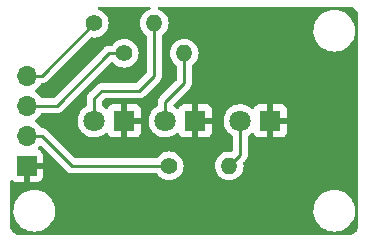
<source format=gbr>
%TF.GenerationSoftware,KiCad,Pcbnew,6.0.5-2.fc35*%
%TF.CreationDate,2022-09-23T18:33:46+02:00*%
%TF.ProjectId,LED-Board,4c45442d-426f-4617-9264-2e6b69636164,rev?*%
%TF.SameCoordinates,Original*%
%TF.FileFunction,Copper,L2,Bot*%
%TF.FilePolarity,Positive*%
%FSLAX46Y46*%
G04 Gerber Fmt 4.6, Leading zero omitted, Abs format (unit mm)*
G04 Created by KiCad (PCBNEW 6.0.5-2.fc35) date 2022-09-23 18:33:46*
%MOMM*%
%LPD*%
G01*
G04 APERTURE LIST*
%TA.AperFunction,ComponentPad*%
%ADD10R,1.800000X1.800000*%
%TD*%
%TA.AperFunction,ComponentPad*%
%ADD11C,1.800000*%
%TD*%
%TA.AperFunction,ComponentPad*%
%ADD12C,1.400000*%
%TD*%
%TA.AperFunction,ComponentPad*%
%ADD13O,1.400000X1.400000*%
%TD*%
%TA.AperFunction,ComponentPad*%
%ADD14R,1.700000X1.700000*%
%TD*%
%TA.AperFunction,ComponentPad*%
%ADD15O,1.700000X1.700000*%
%TD*%
%TA.AperFunction,Conductor*%
%ADD16C,0.250000*%
%TD*%
G04 APERTURE END LIST*
D10*
%TO.P,D3,1,K*%
%TO.N,GND*%
X146990000Y-99060000D03*
D11*
%TO.P,D3,2,A*%
%TO.N,Net-(D3-Pad2)*%
X144450000Y-99060000D03*
%TD*%
D10*
%TO.P,D2,1,K*%
%TO.N,GND*%
X140640000Y-99060000D03*
D11*
%TO.P,D2,2,A*%
%TO.N,Net-(D2-Pad2)*%
X138100000Y-99060000D03*
%TD*%
D12*
%TO.P,R3,1*%
%TO.N,LED_3*%
X138430000Y-102870000D03*
D13*
%TO.P,R3,2*%
%TO.N,Net-(D3-Pad2)*%
X143510000Y-102870000D03*
%TD*%
D10*
%TO.P,D1,1,K*%
%TO.N,GND*%
X134620000Y-99060000D03*
D11*
%TO.P,D1,2,A*%
%TO.N,Net-(D1-Pad2)*%
X132080000Y-99060000D03*
%TD*%
D12*
%TO.P,R1,1*%
%TO.N,LED_1*%
X132080000Y-90805000D03*
D13*
%TO.P,R1,2*%
%TO.N,Net-(D1-Pad2)*%
X137160000Y-90805000D03*
%TD*%
D12*
%TO.P,R2,1*%
%TO.N,LED_2*%
X134620000Y-93345000D03*
D13*
%TO.P,R2,2*%
%TO.N,Net-(D2-Pad2)*%
X139700000Y-93345000D03*
%TD*%
D14*
%TO.P,J1,1,Pin_1*%
%TO.N,GND*%
X126365000Y-102870000D03*
D15*
%TO.P,J1,2,Pin_2*%
%TO.N,LED_3*%
X126365000Y-100330000D03*
%TO.P,J1,3,Pin_3*%
%TO.N,LED_2*%
X126365000Y-97790000D03*
%TO.P,J1,4,Pin_4*%
%TO.N,LED_1*%
X126365000Y-95250000D03*
%TD*%
D16*
%TO.N,Net-(D1-Pad2)*%
X132080000Y-99060000D02*
X132080000Y-97155000D01*
X135890000Y-96520000D02*
X137160000Y-95250000D01*
X132080000Y-97155000D02*
X132715000Y-96520000D01*
X132715000Y-96520000D02*
X135890000Y-96520000D01*
X137160000Y-95250000D02*
X137160000Y-90805000D01*
%TO.N,Net-(D2-Pad2)*%
X138100000Y-97485000D02*
X139700000Y-95885000D01*
X139700000Y-95885000D02*
X139700000Y-93345000D01*
X138100000Y-99060000D02*
X138100000Y-97485000D01*
%TO.N,Net-(D3-Pad2)*%
X144450000Y-101930000D02*
X143510000Y-102870000D01*
X144450000Y-99060000D02*
X144450000Y-101930000D01*
%TO.N,LED_3*%
X127635000Y-100330000D02*
X130175000Y-102870000D01*
X125730000Y-100330000D02*
X127635000Y-100330000D01*
X130175000Y-102870000D02*
X138430000Y-102870000D01*
%TO.N,LED_2*%
X126365000Y-97790000D02*
X128905000Y-97790000D01*
X133350000Y-93345000D02*
X134620000Y-93345000D01*
X128905000Y-97790000D02*
X133350000Y-93345000D01*
%TO.N,LED_1*%
X125730000Y-95250000D02*
X127635000Y-95250000D01*
X127635000Y-95250000D02*
X132080000Y-90805000D01*
%TD*%
%TA.AperFunction,Conductor*%
%TO.N,GND*%
G36*
X136813580Y-89428502D02*
G01*
X136860073Y-89482158D01*
X136870177Y-89552432D01*
X136840683Y-89617012D01*
X136778070Y-89656207D01*
X136750400Y-89663621D01*
X136750398Y-89663622D01*
X136745090Y-89665044D01*
X136740109Y-89667366D01*
X136740108Y-89667367D01*
X136558423Y-89752088D01*
X136558420Y-89752090D01*
X136553442Y-89754411D01*
X136380224Y-89875699D01*
X136230699Y-90025224D01*
X136109411Y-90198442D01*
X136107090Y-90203420D01*
X136107088Y-90203423D01*
X136097843Y-90223250D01*
X136020044Y-90390090D01*
X135965314Y-90594345D01*
X135946884Y-90805000D01*
X135965314Y-91015655D01*
X135966738Y-91020968D01*
X135966738Y-91020970D01*
X135997705Y-91136538D01*
X136020044Y-91219910D01*
X136022366Y-91224891D01*
X136022367Y-91224892D01*
X136053185Y-91290980D01*
X136109411Y-91411558D01*
X136230699Y-91584776D01*
X136380224Y-91734301D01*
X136384736Y-91737460D01*
X136472770Y-91799102D01*
X136517099Y-91854559D01*
X136526500Y-91902315D01*
X136526500Y-94935405D01*
X136506498Y-95003526D01*
X136489595Y-95024500D01*
X135664500Y-95849595D01*
X135602188Y-95883621D01*
X135575405Y-95886500D01*
X132793768Y-95886500D01*
X132782585Y-95885973D01*
X132775092Y-95884298D01*
X132767166Y-95884547D01*
X132767165Y-95884547D01*
X132707002Y-95886438D01*
X132703044Y-95886500D01*
X132675144Y-95886500D01*
X132671154Y-95887004D01*
X132659320Y-95887936D01*
X132615111Y-95889326D01*
X132607495Y-95891539D01*
X132607493Y-95891539D01*
X132595652Y-95894979D01*
X132576293Y-95898988D01*
X132574983Y-95899154D01*
X132556203Y-95901526D01*
X132548837Y-95904442D01*
X132548831Y-95904444D01*
X132515098Y-95917800D01*
X132503868Y-95921645D01*
X132469017Y-95931770D01*
X132461407Y-95933981D01*
X132454584Y-95938016D01*
X132443966Y-95944295D01*
X132426213Y-95952992D01*
X132418568Y-95956019D01*
X132407383Y-95960448D01*
X132382875Y-95978254D01*
X132371612Y-95986437D01*
X132361695Y-95992951D01*
X132323638Y-96015458D01*
X132309317Y-96029779D01*
X132294284Y-96042619D01*
X132277893Y-96054528D01*
X132255386Y-96081734D01*
X132249712Y-96088593D01*
X132241722Y-96097374D01*
X131687742Y-96651353D01*
X131679463Y-96658887D01*
X131672982Y-96663000D01*
X131626357Y-96712651D01*
X131623602Y-96715493D01*
X131603865Y-96735230D01*
X131601385Y-96738427D01*
X131593682Y-96747447D01*
X131563414Y-96779679D01*
X131559595Y-96786625D01*
X131559593Y-96786628D01*
X131553652Y-96797434D01*
X131542801Y-96813953D01*
X131530386Y-96829959D01*
X131527241Y-96837228D01*
X131527238Y-96837232D01*
X131512826Y-96870537D01*
X131507609Y-96881187D01*
X131486305Y-96919940D01*
X131484334Y-96927615D01*
X131484334Y-96927616D01*
X131481267Y-96939562D01*
X131474863Y-96958266D01*
X131466819Y-96976855D01*
X131465580Y-96984678D01*
X131465577Y-96984688D01*
X131459901Y-97020524D01*
X131457495Y-97032144D01*
X131454431Y-97044079D01*
X131446500Y-97074970D01*
X131446500Y-97095224D01*
X131444949Y-97114934D01*
X131441780Y-97134943D01*
X131442526Y-97142835D01*
X131445941Y-97178961D01*
X131446500Y-97190819D01*
X131446500Y-97725319D01*
X131426498Y-97793440D01*
X131378679Y-97837083D01*
X131326872Y-97864052D01*
X131322737Y-97867157D01*
X131322734Y-97867159D01*
X131172824Y-97979715D01*
X131141655Y-98003117D01*
X130981639Y-98170564D01*
X130851119Y-98361899D01*
X130753602Y-98571981D01*
X130691707Y-98795169D01*
X130667095Y-99025469D01*
X130667392Y-99030622D01*
X130667392Y-99030625D01*
X130677031Y-99197800D01*
X130680427Y-99256697D01*
X130681564Y-99261743D01*
X130681565Y-99261749D01*
X130696394Y-99327548D01*
X130731346Y-99482642D01*
X130733288Y-99487424D01*
X130733289Y-99487428D01*
X130810933Y-99678642D01*
X130818484Y-99697237D01*
X130939501Y-99894719D01*
X131091147Y-100069784D01*
X131269349Y-100217730D01*
X131469322Y-100334584D01*
X131685694Y-100417209D01*
X131690760Y-100418240D01*
X131690761Y-100418240D01*
X131743846Y-100429040D01*
X131912656Y-100463385D01*
X132043324Y-100468176D01*
X132138949Y-100471683D01*
X132138953Y-100471683D01*
X132144113Y-100471872D01*
X132149233Y-100471216D01*
X132149235Y-100471216D01*
X132248668Y-100458478D01*
X132373847Y-100442442D01*
X132378795Y-100440957D01*
X132378802Y-100440956D01*
X132590747Y-100377369D01*
X132595690Y-100375886D01*
X132676281Y-100336405D01*
X132799049Y-100276262D01*
X132799052Y-100276260D01*
X132803684Y-100273991D01*
X132992243Y-100139494D01*
X132995898Y-100135852D01*
X132995906Y-100135845D01*
X133037697Y-100094199D01*
X133100068Y-100060282D01*
X133170875Y-100065470D01*
X133227637Y-100108116D01*
X133244619Y-100139218D01*
X133266677Y-100198056D01*
X133275214Y-100213649D01*
X133351715Y-100315724D01*
X133364276Y-100328285D01*
X133466351Y-100404786D01*
X133481946Y-100413324D01*
X133602394Y-100458478D01*
X133617649Y-100462105D01*
X133668514Y-100467631D01*
X133675328Y-100468000D01*
X134347885Y-100468000D01*
X134363124Y-100463525D01*
X134364329Y-100462135D01*
X134366000Y-100454452D01*
X134366000Y-100449884D01*
X134874000Y-100449884D01*
X134878475Y-100465123D01*
X134879865Y-100466328D01*
X134887548Y-100467999D01*
X135564669Y-100467999D01*
X135571490Y-100467629D01*
X135622352Y-100462105D01*
X135637604Y-100458479D01*
X135758054Y-100413324D01*
X135773649Y-100404786D01*
X135875724Y-100328285D01*
X135888285Y-100315724D01*
X135964786Y-100213649D01*
X135973324Y-100198054D01*
X136018478Y-100077606D01*
X136022105Y-100062351D01*
X136027631Y-100011486D01*
X136028000Y-100004672D01*
X136028000Y-99332115D01*
X136023525Y-99316876D01*
X136022135Y-99315671D01*
X136014452Y-99314000D01*
X134892115Y-99314000D01*
X134876876Y-99318475D01*
X134875671Y-99319865D01*
X134874000Y-99327548D01*
X134874000Y-100449884D01*
X134366000Y-100449884D01*
X134366000Y-99025469D01*
X136687095Y-99025469D01*
X136687392Y-99030622D01*
X136687392Y-99030625D01*
X136697031Y-99197800D01*
X136700427Y-99256697D01*
X136701564Y-99261743D01*
X136701565Y-99261749D01*
X136716394Y-99327548D01*
X136751346Y-99482642D01*
X136753288Y-99487424D01*
X136753289Y-99487428D01*
X136830933Y-99678642D01*
X136838484Y-99697237D01*
X136959501Y-99894719D01*
X137111147Y-100069784D01*
X137289349Y-100217730D01*
X137489322Y-100334584D01*
X137705694Y-100417209D01*
X137710760Y-100418240D01*
X137710761Y-100418240D01*
X137763846Y-100429040D01*
X137932656Y-100463385D01*
X138063324Y-100468176D01*
X138158949Y-100471683D01*
X138158953Y-100471683D01*
X138164113Y-100471872D01*
X138169233Y-100471216D01*
X138169235Y-100471216D01*
X138268668Y-100458478D01*
X138393847Y-100442442D01*
X138398795Y-100440957D01*
X138398802Y-100440956D01*
X138610747Y-100377369D01*
X138615690Y-100375886D01*
X138696281Y-100336405D01*
X138819049Y-100276262D01*
X138819052Y-100276260D01*
X138823684Y-100273991D01*
X139012243Y-100139494D01*
X139015898Y-100135852D01*
X139015906Y-100135845D01*
X139057697Y-100094199D01*
X139120068Y-100060282D01*
X139190875Y-100065470D01*
X139247637Y-100108116D01*
X139264619Y-100139218D01*
X139286677Y-100198056D01*
X139295214Y-100213649D01*
X139371715Y-100315724D01*
X139384276Y-100328285D01*
X139486351Y-100404786D01*
X139501946Y-100413324D01*
X139622394Y-100458478D01*
X139637649Y-100462105D01*
X139688514Y-100467631D01*
X139695328Y-100468000D01*
X140367885Y-100468000D01*
X140383124Y-100463525D01*
X140384329Y-100462135D01*
X140386000Y-100454452D01*
X140386000Y-100449884D01*
X140894000Y-100449884D01*
X140898475Y-100465123D01*
X140899865Y-100466328D01*
X140907548Y-100467999D01*
X141584669Y-100467999D01*
X141591490Y-100467629D01*
X141642352Y-100462105D01*
X141657604Y-100458479D01*
X141778054Y-100413324D01*
X141793649Y-100404786D01*
X141895724Y-100328285D01*
X141908285Y-100315724D01*
X141984786Y-100213649D01*
X141993324Y-100198054D01*
X142038478Y-100077606D01*
X142042105Y-100062351D01*
X142047631Y-100011486D01*
X142048000Y-100004672D01*
X142048000Y-99332115D01*
X142043525Y-99316876D01*
X142042135Y-99315671D01*
X142034452Y-99314000D01*
X140912115Y-99314000D01*
X140896876Y-99318475D01*
X140895671Y-99319865D01*
X140894000Y-99327548D01*
X140894000Y-100449884D01*
X140386000Y-100449884D01*
X140386000Y-98787885D01*
X140894000Y-98787885D01*
X140898475Y-98803124D01*
X140899865Y-98804329D01*
X140907548Y-98806000D01*
X142029884Y-98806000D01*
X142045123Y-98801525D01*
X142046328Y-98800135D01*
X142047999Y-98792452D01*
X142047999Y-98115331D01*
X142047629Y-98108510D01*
X142042105Y-98057648D01*
X142038479Y-98042396D01*
X141993324Y-97921946D01*
X141984786Y-97906351D01*
X141908285Y-97804276D01*
X141895724Y-97791715D01*
X141793649Y-97715214D01*
X141778054Y-97706676D01*
X141657606Y-97661522D01*
X141642351Y-97657895D01*
X141591486Y-97652369D01*
X141584672Y-97652000D01*
X140912115Y-97652000D01*
X140896876Y-97656475D01*
X140895671Y-97657865D01*
X140894000Y-97665548D01*
X140894000Y-98787885D01*
X140386000Y-98787885D01*
X140386000Y-97670116D01*
X140381525Y-97654877D01*
X140380135Y-97653672D01*
X140372452Y-97652001D01*
X139695331Y-97652001D01*
X139688510Y-97652371D01*
X139637648Y-97657895D01*
X139622396Y-97661521D01*
X139501946Y-97706676D01*
X139486351Y-97715214D01*
X139384276Y-97791715D01*
X139371715Y-97804276D01*
X139295214Y-97906351D01*
X139286675Y-97921948D01*
X139265934Y-97977275D01*
X139223293Y-98034040D01*
X139156731Y-98058740D01*
X139087383Y-98043533D01*
X139064388Y-98026909D01*
X139063887Y-98026358D01*
X139030527Y-98000012D01*
X138886178Y-97886012D01*
X138886175Y-97886010D01*
X138882123Y-97882810D01*
X138877600Y-97880313D01*
X138845767Y-97862740D01*
X138795797Y-97812307D01*
X138781026Y-97742864D01*
X138806143Y-97676459D01*
X138817567Y-97663337D01*
X140092247Y-96388657D01*
X140100537Y-96381113D01*
X140107018Y-96377000D01*
X140153659Y-96327332D01*
X140156413Y-96324491D01*
X140176135Y-96304769D01*
X140178619Y-96301567D01*
X140186317Y-96292555D01*
X140211161Y-96266098D01*
X140216586Y-96260321D01*
X140226347Y-96242566D01*
X140237198Y-96226047D01*
X140249614Y-96210041D01*
X140267174Y-96169463D01*
X140272391Y-96158813D01*
X140293695Y-96120060D01*
X140298733Y-96100437D01*
X140305137Y-96081734D01*
X140310033Y-96070420D01*
X140310033Y-96070419D01*
X140313181Y-96063145D01*
X140314420Y-96055322D01*
X140314423Y-96055312D01*
X140320099Y-96019476D01*
X140322505Y-96007856D01*
X140331528Y-95972711D01*
X140331528Y-95972710D01*
X140333500Y-95965030D01*
X140333500Y-95944776D01*
X140335051Y-95925065D01*
X140336980Y-95912886D01*
X140338220Y-95905057D01*
X140334059Y-95861038D01*
X140333500Y-95849181D01*
X140333500Y-94442315D01*
X140353502Y-94374194D01*
X140387230Y-94339102D01*
X140475264Y-94277460D01*
X140479776Y-94274301D01*
X140629301Y-94124776D01*
X140750589Y-93951558D01*
X140760101Y-93931161D01*
X140837633Y-93764892D01*
X140837634Y-93764891D01*
X140839956Y-93759910D01*
X140894686Y-93555655D01*
X140913116Y-93345000D01*
X140894686Y-93134345D01*
X140861697Y-93011229D01*
X140841379Y-92935400D01*
X140841378Y-92935398D01*
X140839956Y-92930090D01*
X140814564Y-92875637D01*
X140752912Y-92743423D01*
X140752910Y-92743420D01*
X140750589Y-92738442D01*
X140629301Y-92565224D01*
X140479776Y-92415699D01*
X140306558Y-92294411D01*
X140301580Y-92292090D01*
X140301577Y-92292088D01*
X140119892Y-92207367D01*
X140119891Y-92207366D01*
X140114910Y-92205044D01*
X140109602Y-92203622D01*
X140109600Y-92203621D01*
X139915970Y-92151738D01*
X139915968Y-92151738D01*
X139910655Y-92150314D01*
X139700000Y-92131884D01*
X139489345Y-92150314D01*
X139484032Y-92151738D01*
X139484030Y-92151738D01*
X139290400Y-92203621D01*
X139290398Y-92203622D01*
X139285090Y-92205044D01*
X139280109Y-92207366D01*
X139280108Y-92207367D01*
X139098423Y-92292088D01*
X139098420Y-92292090D01*
X139093442Y-92294411D01*
X138920224Y-92415699D01*
X138770699Y-92565224D01*
X138649411Y-92738442D01*
X138647090Y-92743420D01*
X138647088Y-92743423D01*
X138585436Y-92875637D01*
X138560044Y-92930090D01*
X138558622Y-92935398D01*
X138558621Y-92935400D01*
X138538303Y-93011229D01*
X138505314Y-93134345D01*
X138486884Y-93345000D01*
X138505314Y-93555655D01*
X138560044Y-93759910D01*
X138562366Y-93764891D01*
X138562367Y-93764892D01*
X138639900Y-93931161D01*
X138649411Y-93951558D01*
X138770699Y-94124776D01*
X138920224Y-94274301D01*
X138924736Y-94277460D01*
X139012770Y-94339102D01*
X139057099Y-94394559D01*
X139066500Y-94442315D01*
X139066500Y-95570406D01*
X139046498Y-95638527D01*
X139029595Y-95659501D01*
X138364604Y-96324491D01*
X137707747Y-96981348D01*
X137699461Y-96988888D01*
X137692982Y-96993000D01*
X137687557Y-96998777D01*
X137646357Y-97042651D01*
X137643602Y-97045493D01*
X137623865Y-97065230D01*
X137621385Y-97068427D01*
X137613682Y-97077447D01*
X137583414Y-97109679D01*
X137579595Y-97116625D01*
X137579593Y-97116628D01*
X137573652Y-97127434D01*
X137562801Y-97143953D01*
X137550386Y-97159959D01*
X137547241Y-97167228D01*
X137547238Y-97167232D01*
X137532826Y-97200537D01*
X137527609Y-97211187D01*
X137506305Y-97249940D01*
X137504334Y-97257615D01*
X137504334Y-97257616D01*
X137501267Y-97269562D01*
X137494863Y-97288266D01*
X137486819Y-97306855D01*
X137485580Y-97314678D01*
X137485577Y-97314688D01*
X137479901Y-97350524D01*
X137477495Y-97362144D01*
X137466500Y-97404970D01*
X137466500Y-97425224D01*
X137464949Y-97444934D01*
X137461780Y-97464943D01*
X137462526Y-97472835D01*
X137465941Y-97508961D01*
X137466500Y-97520819D01*
X137466500Y-97725319D01*
X137446498Y-97793440D01*
X137398679Y-97837083D01*
X137346872Y-97864052D01*
X137342737Y-97867157D01*
X137342734Y-97867159D01*
X137192824Y-97979715D01*
X137161655Y-98003117D01*
X137001639Y-98170564D01*
X136871119Y-98361899D01*
X136773602Y-98571981D01*
X136711707Y-98795169D01*
X136687095Y-99025469D01*
X134366000Y-99025469D01*
X134366000Y-98787885D01*
X134874000Y-98787885D01*
X134878475Y-98803124D01*
X134879865Y-98804329D01*
X134887548Y-98806000D01*
X136009884Y-98806000D01*
X136025123Y-98801525D01*
X136026328Y-98800135D01*
X136027999Y-98792452D01*
X136027999Y-98115331D01*
X136027629Y-98108510D01*
X136022105Y-98057648D01*
X136018479Y-98042396D01*
X135973324Y-97921946D01*
X135964786Y-97906351D01*
X135888285Y-97804276D01*
X135875724Y-97791715D01*
X135773649Y-97715214D01*
X135758054Y-97706676D01*
X135637606Y-97661522D01*
X135622351Y-97657895D01*
X135571486Y-97652369D01*
X135564672Y-97652000D01*
X134892115Y-97652000D01*
X134876876Y-97656475D01*
X134875671Y-97657865D01*
X134874000Y-97665548D01*
X134874000Y-98787885D01*
X134366000Y-98787885D01*
X134366000Y-97670116D01*
X134361525Y-97654877D01*
X134360135Y-97653672D01*
X134352452Y-97652001D01*
X133675331Y-97652001D01*
X133668510Y-97652371D01*
X133617648Y-97657895D01*
X133602396Y-97661521D01*
X133481946Y-97706676D01*
X133466351Y-97715214D01*
X133364276Y-97791715D01*
X133351715Y-97804276D01*
X133275214Y-97906351D01*
X133266675Y-97921948D01*
X133245934Y-97977275D01*
X133203293Y-98034040D01*
X133136731Y-98058740D01*
X133067383Y-98043533D01*
X133044388Y-98026909D01*
X133043887Y-98026358D01*
X133010527Y-98000012D01*
X132866178Y-97886012D01*
X132866175Y-97886010D01*
X132862123Y-97882810D01*
X132778607Y-97836707D01*
X132728636Y-97786274D01*
X132713500Y-97726398D01*
X132713500Y-97469594D01*
X132733502Y-97401473D01*
X132750405Y-97380499D01*
X132940499Y-97190405D01*
X133002811Y-97156379D01*
X133029594Y-97153500D01*
X135811233Y-97153500D01*
X135822416Y-97154027D01*
X135829909Y-97155702D01*
X135837835Y-97155453D01*
X135837836Y-97155453D01*
X135897986Y-97153562D01*
X135901945Y-97153500D01*
X135929856Y-97153500D01*
X135933791Y-97153003D01*
X135933856Y-97152995D01*
X135945693Y-97152062D01*
X135977951Y-97151048D01*
X135981970Y-97150922D01*
X135989889Y-97150673D01*
X136009343Y-97145021D01*
X136028700Y-97141013D01*
X136040930Y-97139468D01*
X136040931Y-97139468D01*
X136048797Y-97138474D01*
X136056168Y-97135555D01*
X136056170Y-97135555D01*
X136089912Y-97122196D01*
X136101142Y-97118351D01*
X136135983Y-97108229D01*
X136135984Y-97108229D01*
X136143593Y-97106018D01*
X136150412Y-97101985D01*
X136150417Y-97101983D01*
X136161028Y-97095707D01*
X136178776Y-97087012D01*
X136197617Y-97079552D01*
X136233387Y-97053564D01*
X136243307Y-97047048D01*
X136274535Y-97028580D01*
X136274538Y-97028578D01*
X136281362Y-97024542D01*
X136295683Y-97010221D01*
X136310717Y-96997380D01*
X136327107Y-96985472D01*
X136355298Y-96951395D01*
X136363288Y-96942616D01*
X137552247Y-95753657D01*
X137560537Y-95746113D01*
X137567018Y-95742000D01*
X137613659Y-95692332D01*
X137616413Y-95689491D01*
X137636134Y-95669770D01*
X137638612Y-95666575D01*
X137646318Y-95657553D01*
X137671158Y-95631101D01*
X137676586Y-95625321D01*
X137686346Y-95607568D01*
X137697199Y-95591045D01*
X137704753Y-95581306D01*
X137709613Y-95575041D01*
X137727176Y-95534457D01*
X137732383Y-95523827D01*
X137753695Y-95485060D01*
X137755666Y-95477383D01*
X137755668Y-95477378D01*
X137758732Y-95465442D01*
X137765138Y-95446730D01*
X137770033Y-95435419D01*
X137773181Y-95428145D01*
X137774421Y-95420317D01*
X137774423Y-95420310D01*
X137780099Y-95384476D01*
X137782505Y-95372856D01*
X137791528Y-95337711D01*
X137791528Y-95337710D01*
X137793500Y-95330030D01*
X137793500Y-95309776D01*
X137795051Y-95290065D01*
X137796980Y-95277886D01*
X137798220Y-95270057D01*
X137794059Y-95226038D01*
X137793500Y-95214181D01*
X137793500Y-91902315D01*
X137813502Y-91834194D01*
X137847230Y-91799102D01*
X137935264Y-91737460D01*
X137939776Y-91734301D01*
X138089301Y-91584776D01*
X138115293Y-91547655D01*
X150639858Y-91547655D01*
X150675104Y-91806638D01*
X150676412Y-91811124D01*
X150676412Y-91811126D01*
X150690049Y-91857912D01*
X150748243Y-92057567D01*
X150857668Y-92294928D01*
X150860231Y-92298837D01*
X150998410Y-92509596D01*
X150998414Y-92509601D01*
X151000976Y-92513509D01*
X151033334Y-92549763D01*
X151169300Y-92702099D01*
X151175018Y-92708506D01*
X151375970Y-92875637D01*
X151379973Y-92878066D01*
X151595422Y-93008804D01*
X151595426Y-93008806D01*
X151599419Y-93011229D01*
X151840455Y-93112303D01*
X152093783Y-93176641D01*
X152098434Y-93177109D01*
X152098438Y-93177110D01*
X152291308Y-93196531D01*
X152310867Y-93198500D01*
X152466354Y-93198500D01*
X152468679Y-93198327D01*
X152468685Y-93198327D01*
X152656000Y-93184407D01*
X152656004Y-93184406D01*
X152660652Y-93184061D01*
X152665200Y-93183032D01*
X152665206Y-93183031D01*
X152856146Y-93139825D01*
X152915577Y-93126377D01*
X152951769Y-93112303D01*
X153154824Y-93033340D01*
X153154827Y-93033339D01*
X153159177Y-93031647D01*
X153386098Y-92901951D01*
X153591357Y-92740138D01*
X153770443Y-92549763D01*
X153919424Y-92335009D01*
X153939445Y-92294411D01*
X154032960Y-92104781D01*
X154032961Y-92104778D01*
X154035025Y-92100593D01*
X154068041Y-91997452D01*
X154113280Y-91856123D01*
X154114707Y-91851665D01*
X154156721Y-91593693D01*
X154160142Y-91332345D01*
X154124896Y-91073362D01*
X154110473Y-91023877D01*
X154053068Y-90826932D01*
X154051757Y-90822433D01*
X153942332Y-90585072D01*
X153817978Y-90395400D01*
X153801590Y-90370404D01*
X153801586Y-90370399D01*
X153799024Y-90366491D01*
X153624982Y-90171494D01*
X153424030Y-90004363D01*
X153376844Y-89975730D01*
X153204578Y-89871196D01*
X153204574Y-89871194D01*
X153200581Y-89868771D01*
X152959545Y-89767697D01*
X152706217Y-89703359D01*
X152701566Y-89702891D01*
X152701562Y-89702890D01*
X152492271Y-89681816D01*
X152489133Y-89681500D01*
X152333646Y-89681500D01*
X152331321Y-89681673D01*
X152331315Y-89681673D01*
X152144000Y-89695593D01*
X152143996Y-89695594D01*
X152139348Y-89695939D01*
X152134800Y-89696968D01*
X152134794Y-89696969D01*
X151956396Y-89737337D01*
X151884423Y-89753623D01*
X151880071Y-89755315D01*
X151880069Y-89755316D01*
X151645176Y-89846660D01*
X151645173Y-89846661D01*
X151640823Y-89848353D01*
X151636769Y-89850670D01*
X151636767Y-89850671D01*
X151567144Y-89890464D01*
X151413902Y-89978049D01*
X151208643Y-90139862D01*
X151029557Y-90330237D01*
X150880576Y-90544991D01*
X150764975Y-90779407D01*
X150685293Y-91028335D01*
X150643279Y-91286307D01*
X150643218Y-91290980D01*
X150641581Y-91416063D01*
X150639858Y-91547655D01*
X138115293Y-91547655D01*
X138210589Y-91411558D01*
X138266816Y-91290980D01*
X138297633Y-91224892D01*
X138297634Y-91224891D01*
X138299956Y-91219910D01*
X138322296Y-91136538D01*
X138353262Y-91020970D01*
X138353262Y-91020968D01*
X138354686Y-91015655D01*
X138373116Y-90805000D01*
X138354686Y-90594345D01*
X138299956Y-90390090D01*
X138222157Y-90223250D01*
X138212912Y-90203423D01*
X138212910Y-90203420D01*
X138210589Y-90198442D01*
X138089301Y-90025224D01*
X137939776Y-89875699D01*
X137766558Y-89754411D01*
X137761580Y-89752090D01*
X137761577Y-89752088D01*
X137579892Y-89667367D01*
X137579891Y-89667366D01*
X137574910Y-89665044D01*
X137569602Y-89663622D01*
X137569600Y-89663621D01*
X137541930Y-89656207D01*
X137481307Y-89619255D01*
X137450286Y-89555394D01*
X137458714Y-89484900D01*
X137503917Y-89430153D01*
X137574541Y-89408500D01*
X153620633Y-89408500D01*
X153640018Y-89410000D01*
X153654852Y-89412310D01*
X153654855Y-89412310D01*
X153663724Y-89413691D01*
X153673659Y-89412392D01*
X153674746Y-89412250D01*
X153703431Y-89411793D01*
X153776741Y-89419013D01*
X153806212Y-89421916D01*
X153830432Y-89426733D01*
X153949546Y-89462866D01*
X153972355Y-89472315D01*
X154082124Y-89530987D01*
X154102655Y-89544705D01*
X154198876Y-89623671D01*
X154216329Y-89641124D01*
X154295295Y-89737345D01*
X154309013Y-89757876D01*
X154367685Y-89867645D01*
X154377134Y-89890454D01*
X154413267Y-90009568D01*
X154418084Y-90033789D01*
X154427541Y-90129809D01*
X154427091Y-90145868D01*
X154427800Y-90145877D01*
X154427690Y-90154853D01*
X154426309Y-90163724D01*
X154427473Y-90172626D01*
X154427473Y-90172628D01*
X154430436Y-90195283D01*
X154431500Y-90211621D01*
X154431500Y-107900633D01*
X154430000Y-107920018D01*
X154426309Y-107943724D01*
X154427473Y-107952626D01*
X154427750Y-107954746D01*
X154428207Y-107983431D01*
X154427289Y-107992755D01*
X154418084Y-108086212D01*
X154413267Y-108110432D01*
X154377134Y-108229546D01*
X154367685Y-108252355D01*
X154309013Y-108362124D01*
X154295295Y-108382655D01*
X154216329Y-108478876D01*
X154198876Y-108496329D01*
X154102655Y-108575295D01*
X154082124Y-108589013D01*
X153972355Y-108647685D01*
X153949546Y-108657134D01*
X153830432Y-108693267D01*
X153806211Y-108698084D01*
X153710191Y-108707541D01*
X153694132Y-108707091D01*
X153694123Y-108707800D01*
X153685147Y-108707690D01*
X153676276Y-108706309D01*
X153667374Y-108707473D01*
X153667372Y-108707473D01*
X153654856Y-108709110D01*
X153644714Y-108710436D01*
X153628379Y-108711500D01*
X125779367Y-108711500D01*
X125759982Y-108710000D01*
X125745148Y-108707690D01*
X125745145Y-108707690D01*
X125736276Y-108706309D01*
X125726341Y-108707608D01*
X125725254Y-108707750D01*
X125696569Y-108708207D01*
X125623259Y-108700987D01*
X125593788Y-108698084D01*
X125569568Y-108693267D01*
X125450454Y-108657134D01*
X125427645Y-108647685D01*
X125317876Y-108589013D01*
X125297345Y-108575295D01*
X125201124Y-108496329D01*
X125183671Y-108478876D01*
X125104705Y-108382655D01*
X125090987Y-108362124D01*
X125032315Y-108252355D01*
X125022866Y-108229546D01*
X124986733Y-108110432D01*
X124981916Y-108086212D01*
X124972711Y-107992755D01*
X124972607Y-107969151D01*
X124972768Y-107967354D01*
X124973576Y-107962552D01*
X124973729Y-107950000D01*
X124969773Y-107922376D01*
X124968500Y-107904514D01*
X124968500Y-106787655D01*
X125239858Y-106787655D01*
X125275104Y-107046638D01*
X125276412Y-107051124D01*
X125276412Y-107051126D01*
X125296098Y-107118664D01*
X125348243Y-107297567D01*
X125457668Y-107534928D01*
X125460231Y-107538837D01*
X125598410Y-107749596D01*
X125598414Y-107749601D01*
X125600976Y-107753509D01*
X125775018Y-107948506D01*
X125975970Y-108115637D01*
X125979973Y-108118066D01*
X126195422Y-108248804D01*
X126195426Y-108248806D01*
X126199419Y-108251229D01*
X126440455Y-108352303D01*
X126693783Y-108416641D01*
X126698434Y-108417109D01*
X126698438Y-108417110D01*
X126891308Y-108436531D01*
X126910867Y-108438500D01*
X127066354Y-108438500D01*
X127068679Y-108438327D01*
X127068685Y-108438327D01*
X127256000Y-108424407D01*
X127256004Y-108424406D01*
X127260652Y-108424061D01*
X127265200Y-108423032D01*
X127265206Y-108423031D01*
X127451601Y-108380853D01*
X127515577Y-108366377D01*
X127551769Y-108352303D01*
X127754824Y-108273340D01*
X127754827Y-108273339D01*
X127759177Y-108271647D01*
X127986098Y-108141951D01*
X128191357Y-107980138D01*
X128370443Y-107789763D01*
X128519424Y-107575009D01*
X128635025Y-107340593D01*
X128714707Y-107091665D01*
X128756721Y-106833693D01*
X128757324Y-106787655D01*
X150639858Y-106787655D01*
X150675104Y-107046638D01*
X150676412Y-107051124D01*
X150676412Y-107051126D01*
X150696098Y-107118664D01*
X150748243Y-107297567D01*
X150857668Y-107534928D01*
X150860231Y-107538837D01*
X150998410Y-107749596D01*
X150998414Y-107749601D01*
X151000976Y-107753509D01*
X151175018Y-107948506D01*
X151375970Y-108115637D01*
X151379973Y-108118066D01*
X151595422Y-108248804D01*
X151595426Y-108248806D01*
X151599419Y-108251229D01*
X151840455Y-108352303D01*
X152093783Y-108416641D01*
X152098434Y-108417109D01*
X152098438Y-108417110D01*
X152291308Y-108436531D01*
X152310867Y-108438500D01*
X152466354Y-108438500D01*
X152468679Y-108438327D01*
X152468685Y-108438327D01*
X152656000Y-108424407D01*
X152656004Y-108424406D01*
X152660652Y-108424061D01*
X152665200Y-108423032D01*
X152665206Y-108423031D01*
X152851601Y-108380853D01*
X152915577Y-108366377D01*
X152951769Y-108352303D01*
X153154824Y-108273340D01*
X153154827Y-108273339D01*
X153159177Y-108271647D01*
X153386098Y-108141951D01*
X153591357Y-107980138D01*
X153770443Y-107789763D01*
X153919424Y-107575009D01*
X154035025Y-107340593D01*
X154114707Y-107091665D01*
X154156721Y-106833693D01*
X154160142Y-106572345D01*
X154124896Y-106313362D01*
X154110473Y-106263877D01*
X154053068Y-106066932D01*
X154051757Y-106062433D01*
X153942332Y-105825072D01*
X153909519Y-105775024D01*
X153801590Y-105610404D01*
X153801586Y-105610399D01*
X153799024Y-105606491D01*
X153624982Y-105411494D01*
X153424030Y-105244363D01*
X153376844Y-105215730D01*
X153204578Y-105111196D01*
X153204574Y-105111194D01*
X153200581Y-105108771D01*
X152959545Y-105007697D01*
X152706217Y-104943359D01*
X152701566Y-104942891D01*
X152701562Y-104942890D01*
X152492271Y-104921816D01*
X152489133Y-104921500D01*
X152333646Y-104921500D01*
X152331321Y-104921673D01*
X152331315Y-104921673D01*
X152144000Y-104935593D01*
X152143996Y-104935594D01*
X152139348Y-104935939D01*
X152134800Y-104936968D01*
X152134794Y-104936969D01*
X151948399Y-104979147D01*
X151884423Y-104993623D01*
X151880071Y-104995315D01*
X151880069Y-104995316D01*
X151645176Y-105086660D01*
X151645173Y-105086661D01*
X151640823Y-105088353D01*
X151413902Y-105218049D01*
X151208643Y-105379862D01*
X151029557Y-105570237D01*
X150880576Y-105784991D01*
X150764975Y-106019407D01*
X150685293Y-106268335D01*
X150643279Y-106526307D01*
X150639858Y-106787655D01*
X128757324Y-106787655D01*
X128760142Y-106572345D01*
X128724896Y-106313362D01*
X128710473Y-106263877D01*
X128653068Y-106066932D01*
X128651757Y-106062433D01*
X128542332Y-105825072D01*
X128509519Y-105775024D01*
X128401590Y-105610404D01*
X128401586Y-105610399D01*
X128399024Y-105606491D01*
X128224982Y-105411494D01*
X128024030Y-105244363D01*
X127976844Y-105215730D01*
X127804578Y-105111196D01*
X127804574Y-105111194D01*
X127800581Y-105108771D01*
X127559545Y-105007697D01*
X127306217Y-104943359D01*
X127301566Y-104942891D01*
X127301562Y-104942890D01*
X127092271Y-104921816D01*
X127089133Y-104921500D01*
X126933646Y-104921500D01*
X126931321Y-104921673D01*
X126931315Y-104921673D01*
X126744000Y-104935593D01*
X126743996Y-104935594D01*
X126739348Y-104935939D01*
X126734800Y-104936968D01*
X126734794Y-104936969D01*
X126548399Y-104979147D01*
X126484423Y-104993623D01*
X126480071Y-104995315D01*
X126480069Y-104995316D01*
X126245176Y-105086660D01*
X126245173Y-105086661D01*
X126240823Y-105088353D01*
X126013902Y-105218049D01*
X125808643Y-105379862D01*
X125629557Y-105570237D01*
X125480576Y-105784991D01*
X125364975Y-106019407D01*
X125285293Y-106268335D01*
X125243279Y-106526307D01*
X125239858Y-106787655D01*
X124968500Y-106787655D01*
X124968500Y-104197197D01*
X124988502Y-104129076D01*
X125042158Y-104082583D01*
X125112432Y-104072479D01*
X125170065Y-104096371D01*
X125261351Y-104164786D01*
X125276946Y-104173324D01*
X125397394Y-104218478D01*
X125412649Y-104222105D01*
X125463514Y-104227631D01*
X125470328Y-104228000D01*
X126092885Y-104228000D01*
X126108124Y-104223525D01*
X126109329Y-104222135D01*
X126111000Y-104214452D01*
X126111000Y-104209884D01*
X126619000Y-104209884D01*
X126623475Y-104225123D01*
X126624865Y-104226328D01*
X126632548Y-104227999D01*
X127259669Y-104227999D01*
X127266490Y-104227629D01*
X127317352Y-104222105D01*
X127332604Y-104218479D01*
X127453054Y-104173324D01*
X127468649Y-104164786D01*
X127570724Y-104088285D01*
X127583285Y-104075724D01*
X127659786Y-103973649D01*
X127668324Y-103958054D01*
X127713478Y-103837606D01*
X127717105Y-103822351D01*
X127722631Y-103771486D01*
X127723000Y-103764672D01*
X127723000Y-103142115D01*
X127718525Y-103126876D01*
X127717135Y-103125671D01*
X127709452Y-103124000D01*
X126637115Y-103124000D01*
X126621876Y-103128475D01*
X126620671Y-103129865D01*
X126619000Y-103137548D01*
X126619000Y-104209884D01*
X126111000Y-104209884D01*
X126111000Y-102742000D01*
X126131002Y-102673879D01*
X126184658Y-102627386D01*
X126237000Y-102616000D01*
X127704884Y-102616000D01*
X127720123Y-102611525D01*
X127721328Y-102610135D01*
X127722999Y-102602452D01*
X127722999Y-101975331D01*
X127722629Y-101968510D01*
X127717105Y-101917648D01*
X127713479Y-101902396D01*
X127668324Y-101781946D01*
X127659786Y-101766351D01*
X127583285Y-101664276D01*
X127570724Y-101651715D01*
X127468649Y-101575214D01*
X127453054Y-101566676D01*
X127342813Y-101525348D01*
X127286049Y-101482706D01*
X127261349Y-101416145D01*
X127276557Y-101346796D01*
X127298104Y-101318115D01*
X127399430Y-101217144D01*
X127399440Y-101217132D01*
X127403096Y-101213489D01*
X127408320Y-101206219D01*
X127464312Y-101162569D01*
X127535015Y-101156119D01*
X127599741Y-101190645D01*
X129671343Y-103262247D01*
X129678887Y-103270537D01*
X129683000Y-103277018D01*
X129688777Y-103282443D01*
X129732667Y-103323658D01*
X129735509Y-103326413D01*
X129755230Y-103346134D01*
X129758425Y-103348612D01*
X129767447Y-103356318D01*
X129799679Y-103386586D01*
X129806628Y-103390406D01*
X129817432Y-103396346D01*
X129833956Y-103407199D01*
X129849959Y-103419613D01*
X129890543Y-103437176D01*
X129901173Y-103442383D01*
X129939940Y-103463695D01*
X129947617Y-103465666D01*
X129947622Y-103465668D01*
X129959558Y-103468732D01*
X129978266Y-103475137D01*
X129996855Y-103483181D01*
X130004680Y-103484420D01*
X130004682Y-103484421D01*
X130040519Y-103490097D01*
X130052140Y-103492504D01*
X130087289Y-103501528D01*
X130094970Y-103503500D01*
X130115231Y-103503500D01*
X130134940Y-103505051D01*
X130154943Y-103508219D01*
X130162835Y-103507473D01*
X130168062Y-103506979D01*
X130198954Y-103504059D01*
X130210811Y-103503500D01*
X137332685Y-103503500D01*
X137400806Y-103523502D01*
X137435898Y-103557230D01*
X137500699Y-103649776D01*
X137650224Y-103799301D01*
X137823442Y-103920589D01*
X137828420Y-103922910D01*
X137828423Y-103922912D01*
X137937229Y-103973649D01*
X138015090Y-104009956D01*
X138020398Y-104011378D01*
X138020400Y-104011379D01*
X138214030Y-104063262D01*
X138214032Y-104063262D01*
X138219345Y-104064686D01*
X138430000Y-104083116D01*
X138640655Y-104064686D01*
X138645968Y-104063262D01*
X138645970Y-104063262D01*
X138839600Y-104011379D01*
X138839602Y-104011378D01*
X138844910Y-104009956D01*
X138922771Y-103973649D01*
X139031577Y-103922912D01*
X139031580Y-103922910D01*
X139036558Y-103920589D01*
X139209776Y-103799301D01*
X139359301Y-103649776D01*
X139480589Y-103476558D01*
X139484239Y-103468732D01*
X139567633Y-103289892D01*
X139567634Y-103289891D01*
X139569956Y-103284910D01*
X139574355Y-103268495D01*
X139623262Y-103085970D01*
X139623262Y-103085968D01*
X139624686Y-103080655D01*
X139643116Y-102870000D01*
X142296884Y-102870000D01*
X142315314Y-103080655D01*
X142316738Y-103085968D01*
X142316738Y-103085970D01*
X142365646Y-103268495D01*
X142370044Y-103284910D01*
X142372366Y-103289891D01*
X142372367Y-103289892D01*
X142455762Y-103468732D01*
X142459411Y-103476558D01*
X142580699Y-103649776D01*
X142730224Y-103799301D01*
X142903442Y-103920589D01*
X142908420Y-103922910D01*
X142908423Y-103922912D01*
X143017229Y-103973649D01*
X143095090Y-104009956D01*
X143100398Y-104011378D01*
X143100400Y-104011379D01*
X143294030Y-104063262D01*
X143294032Y-104063262D01*
X143299345Y-104064686D01*
X143510000Y-104083116D01*
X143720655Y-104064686D01*
X143725968Y-104063262D01*
X143725970Y-104063262D01*
X143919600Y-104011379D01*
X143919602Y-104011378D01*
X143924910Y-104009956D01*
X144002771Y-103973649D01*
X144111577Y-103922912D01*
X144111580Y-103922910D01*
X144116558Y-103920589D01*
X144289776Y-103799301D01*
X144439301Y-103649776D01*
X144560589Y-103476558D01*
X144564239Y-103468732D01*
X144647633Y-103289892D01*
X144647634Y-103289891D01*
X144649956Y-103284910D01*
X144654355Y-103268495D01*
X144703262Y-103085970D01*
X144703262Y-103085968D01*
X144704686Y-103080655D01*
X144723116Y-102870000D01*
X144722637Y-102864525D01*
X144705165Y-102664816D01*
X144705164Y-102664812D01*
X144704686Y-102659345D01*
X144703264Y-102654039D01*
X144702453Y-102649439D01*
X144710321Y-102578879D01*
X144737443Y-102538462D01*
X144842253Y-102433652D01*
X144850539Y-102426112D01*
X144857018Y-102422000D01*
X144903644Y-102372348D01*
X144906398Y-102369507D01*
X144926135Y-102349770D01*
X144928615Y-102346573D01*
X144936320Y-102337551D01*
X144961159Y-102311100D01*
X144966586Y-102305321D01*
X144970405Y-102298375D01*
X144970407Y-102298372D01*
X144976348Y-102287566D01*
X144987199Y-102271047D01*
X144989234Y-102268423D01*
X144999614Y-102255041D01*
X145002759Y-102247772D01*
X145002762Y-102247768D01*
X145017174Y-102214463D01*
X145022391Y-102203813D01*
X145043695Y-102165060D01*
X145048733Y-102145437D01*
X145055137Y-102126734D01*
X145060033Y-102115420D01*
X145060033Y-102115419D01*
X145063181Y-102108145D01*
X145064420Y-102100322D01*
X145064423Y-102100312D01*
X145070099Y-102064476D01*
X145072505Y-102052856D01*
X145081528Y-102017711D01*
X145081528Y-102017710D01*
X145083500Y-102010030D01*
X145083500Y-101989776D01*
X145085051Y-101970065D01*
X145086980Y-101957886D01*
X145088220Y-101950057D01*
X145084059Y-101906038D01*
X145083500Y-101894181D01*
X145083500Y-100396752D01*
X145103502Y-100328631D01*
X145154068Y-100283601D01*
X145161316Y-100280050D01*
X145169043Y-100276265D01*
X145169048Y-100276262D01*
X145173684Y-100273991D01*
X145177888Y-100270993D01*
X145177892Y-100270990D01*
X145258281Y-100213649D01*
X145362243Y-100139494D01*
X145365898Y-100135852D01*
X145365906Y-100135845D01*
X145407697Y-100094199D01*
X145470068Y-100060282D01*
X145540875Y-100065470D01*
X145597637Y-100108116D01*
X145614619Y-100139218D01*
X145636677Y-100198056D01*
X145645214Y-100213649D01*
X145721715Y-100315724D01*
X145734276Y-100328285D01*
X145836351Y-100404786D01*
X145851946Y-100413324D01*
X145972394Y-100458478D01*
X145987649Y-100462105D01*
X146038514Y-100467631D01*
X146045328Y-100468000D01*
X146717885Y-100468000D01*
X146733124Y-100463525D01*
X146734329Y-100462135D01*
X146736000Y-100454452D01*
X146736000Y-100449884D01*
X147244000Y-100449884D01*
X147248475Y-100465123D01*
X147249865Y-100466328D01*
X147257548Y-100467999D01*
X147934669Y-100467999D01*
X147941490Y-100467629D01*
X147992352Y-100462105D01*
X148007604Y-100458479D01*
X148128054Y-100413324D01*
X148143649Y-100404786D01*
X148245724Y-100328285D01*
X148258285Y-100315724D01*
X148334786Y-100213649D01*
X148343324Y-100198054D01*
X148388478Y-100077606D01*
X148392105Y-100062351D01*
X148397631Y-100011486D01*
X148398000Y-100004672D01*
X148398000Y-99332115D01*
X148393525Y-99316876D01*
X148392135Y-99315671D01*
X148384452Y-99314000D01*
X147262115Y-99314000D01*
X147246876Y-99318475D01*
X147245671Y-99319865D01*
X147244000Y-99327548D01*
X147244000Y-100449884D01*
X146736000Y-100449884D01*
X146736000Y-98787885D01*
X147244000Y-98787885D01*
X147248475Y-98803124D01*
X147249865Y-98804329D01*
X147257548Y-98806000D01*
X148379884Y-98806000D01*
X148395123Y-98801525D01*
X148396328Y-98800135D01*
X148397999Y-98792452D01*
X148397999Y-98115331D01*
X148397629Y-98108510D01*
X148392105Y-98057648D01*
X148388479Y-98042396D01*
X148343324Y-97921946D01*
X148334786Y-97906351D01*
X148258285Y-97804276D01*
X148245724Y-97791715D01*
X148143649Y-97715214D01*
X148128054Y-97706676D01*
X148007606Y-97661522D01*
X147992351Y-97657895D01*
X147941486Y-97652369D01*
X147934672Y-97652000D01*
X147262115Y-97652000D01*
X147246876Y-97656475D01*
X147245671Y-97657865D01*
X147244000Y-97665548D01*
X147244000Y-98787885D01*
X146736000Y-98787885D01*
X146736000Y-97670116D01*
X146731525Y-97654877D01*
X146730135Y-97653672D01*
X146722452Y-97652001D01*
X146045331Y-97652001D01*
X146038510Y-97652371D01*
X145987648Y-97657895D01*
X145972396Y-97661521D01*
X145851946Y-97706676D01*
X145836351Y-97715214D01*
X145734276Y-97791715D01*
X145721715Y-97804276D01*
X145645214Y-97906351D01*
X145636675Y-97921948D01*
X145615934Y-97977275D01*
X145573293Y-98034040D01*
X145506731Y-98058740D01*
X145437383Y-98043533D01*
X145414388Y-98026909D01*
X145413887Y-98026358D01*
X145380527Y-98000012D01*
X145236177Y-97886011D01*
X145236172Y-97886008D01*
X145232123Y-97882810D01*
X145227607Y-97880317D01*
X145227604Y-97880315D01*
X145033879Y-97773373D01*
X145033875Y-97773371D01*
X145029355Y-97770876D01*
X145024486Y-97769152D01*
X145024482Y-97769150D01*
X144815903Y-97695288D01*
X144815899Y-97695287D01*
X144811028Y-97693562D01*
X144805935Y-97692655D01*
X144805932Y-97692654D01*
X144588095Y-97653851D01*
X144588089Y-97653850D01*
X144583006Y-97652945D01*
X144505644Y-97652000D01*
X144356581Y-97650179D01*
X144356579Y-97650179D01*
X144351411Y-97650116D01*
X144122464Y-97685150D01*
X143902314Y-97757106D01*
X143897726Y-97759494D01*
X143897722Y-97759496D01*
X143749401Y-97836707D01*
X143696872Y-97864052D01*
X143692739Y-97867155D01*
X143692736Y-97867157D01*
X143515790Y-98000012D01*
X143511655Y-98003117D01*
X143351639Y-98170564D01*
X143221119Y-98361899D01*
X143123602Y-98571981D01*
X143061707Y-98795169D01*
X143037095Y-99025469D01*
X143037392Y-99030622D01*
X143037392Y-99030625D01*
X143047031Y-99197800D01*
X143050427Y-99256697D01*
X143051564Y-99261743D01*
X143051565Y-99261749D01*
X143066394Y-99327548D01*
X143101346Y-99482642D01*
X143103288Y-99487424D01*
X143103289Y-99487428D01*
X143180933Y-99678642D01*
X143188484Y-99697237D01*
X143309501Y-99894719D01*
X143461147Y-100069784D01*
X143639349Y-100217730D01*
X143752073Y-100283600D01*
X143754070Y-100284767D01*
X143802794Y-100336405D01*
X143816500Y-100393555D01*
X143816500Y-101546194D01*
X143796498Y-101614315D01*
X143742842Y-101660808D01*
X143679518Y-101671715D01*
X143594491Y-101664276D01*
X143510000Y-101656884D01*
X143299345Y-101675314D01*
X143294032Y-101676738D01*
X143294030Y-101676738D01*
X143100400Y-101728621D01*
X143100398Y-101728622D01*
X143095090Y-101730044D01*
X143090109Y-101732366D01*
X143090108Y-101732367D01*
X142908423Y-101817088D01*
X142908420Y-101817090D01*
X142903442Y-101819411D01*
X142730224Y-101940699D01*
X142580699Y-102090224D01*
X142459411Y-102263442D01*
X142457090Y-102268420D01*
X142457088Y-102268423D01*
X142408627Y-102372349D01*
X142370044Y-102455090D01*
X142368622Y-102460398D01*
X142368621Y-102460400D01*
X142336875Y-102578879D01*
X142315314Y-102659345D01*
X142296884Y-102870000D01*
X139643116Y-102870000D01*
X139624686Y-102659345D01*
X139603125Y-102578879D01*
X139571379Y-102460400D01*
X139571378Y-102460398D01*
X139569956Y-102455090D01*
X139531373Y-102372349D01*
X139482912Y-102268423D01*
X139482910Y-102268420D01*
X139480589Y-102263442D01*
X139359301Y-102090224D01*
X139209776Y-101940699D01*
X139036558Y-101819411D01*
X139031580Y-101817090D01*
X139031577Y-101817088D01*
X138849892Y-101732367D01*
X138849891Y-101732366D01*
X138844910Y-101730044D01*
X138839602Y-101728622D01*
X138839600Y-101728621D01*
X138645970Y-101676738D01*
X138645968Y-101676738D01*
X138640655Y-101675314D01*
X138430000Y-101656884D01*
X138219345Y-101675314D01*
X138214032Y-101676738D01*
X138214030Y-101676738D01*
X138020400Y-101728621D01*
X138020398Y-101728622D01*
X138015090Y-101730044D01*
X138010109Y-101732366D01*
X138010108Y-101732367D01*
X137828423Y-101817088D01*
X137828420Y-101817090D01*
X137823442Y-101819411D01*
X137650224Y-101940699D01*
X137500699Y-102090224D01*
X137435898Y-102182770D01*
X137380441Y-102227099D01*
X137332685Y-102236500D01*
X130489595Y-102236500D01*
X130421474Y-102216498D01*
X130400500Y-102199595D01*
X128138652Y-99937747D01*
X128131112Y-99929461D01*
X128127000Y-99922982D01*
X128077348Y-99876356D01*
X128074507Y-99873602D01*
X128054770Y-99853865D01*
X128051573Y-99851385D01*
X128042551Y-99843680D01*
X128016100Y-99818841D01*
X128010321Y-99813414D01*
X128003375Y-99809595D01*
X128003372Y-99809593D01*
X127992566Y-99803652D01*
X127976047Y-99792801D01*
X127969750Y-99787917D01*
X127960041Y-99780386D01*
X127952772Y-99777241D01*
X127952768Y-99777238D01*
X127919463Y-99762826D01*
X127908813Y-99757609D01*
X127870060Y-99736305D01*
X127850437Y-99731267D01*
X127831734Y-99724863D01*
X127820420Y-99719967D01*
X127820419Y-99719967D01*
X127813145Y-99716819D01*
X127805322Y-99715580D01*
X127805312Y-99715577D01*
X127769476Y-99709901D01*
X127757856Y-99707495D01*
X127722711Y-99698472D01*
X127722710Y-99698472D01*
X127715030Y-99696500D01*
X127694776Y-99696500D01*
X127675065Y-99694949D01*
X127662886Y-99693020D01*
X127655057Y-99691780D01*
X127647165Y-99692526D01*
X127639242Y-99692277D01*
X127639319Y-99689841D01*
X127581508Y-99678642D01*
X127533557Y-99635143D01*
X127447822Y-99502617D01*
X127447820Y-99502614D01*
X127445014Y-99498277D01*
X127294670Y-99333051D01*
X127290619Y-99329852D01*
X127290615Y-99329848D01*
X127123414Y-99197800D01*
X127123410Y-99197798D01*
X127119359Y-99194598D01*
X127078053Y-99171796D01*
X127028084Y-99121364D01*
X127013312Y-99051921D01*
X127038428Y-98985516D01*
X127065780Y-98958909D01*
X127109603Y-98927650D01*
X127244860Y-98831173D01*
X127285980Y-98790197D01*
X127399435Y-98677137D01*
X127403096Y-98673489D01*
X127476037Y-98571981D01*
X127530435Y-98496277D01*
X127533453Y-98492077D01*
X127535746Y-98487437D01*
X127537446Y-98484608D01*
X127589674Y-98436518D01*
X127645451Y-98423500D01*
X128826233Y-98423500D01*
X128837416Y-98424027D01*
X128844909Y-98425702D01*
X128852835Y-98425453D01*
X128852836Y-98425453D01*
X128912986Y-98423562D01*
X128916945Y-98423500D01*
X128944856Y-98423500D01*
X128948791Y-98423003D01*
X128948856Y-98422995D01*
X128960693Y-98422062D01*
X128992951Y-98421048D01*
X128996970Y-98420922D01*
X129004889Y-98420673D01*
X129024343Y-98415021D01*
X129043700Y-98411013D01*
X129055930Y-98409468D01*
X129055931Y-98409468D01*
X129063797Y-98408474D01*
X129071168Y-98405555D01*
X129071170Y-98405555D01*
X129104912Y-98392196D01*
X129116142Y-98388351D01*
X129150983Y-98378229D01*
X129150984Y-98378229D01*
X129158593Y-98376018D01*
X129165412Y-98371985D01*
X129165417Y-98371983D01*
X129176028Y-98365707D01*
X129193776Y-98357012D01*
X129212617Y-98349552D01*
X129248387Y-98323564D01*
X129258307Y-98317048D01*
X129289535Y-98298580D01*
X129289538Y-98298578D01*
X129296362Y-98294542D01*
X129310683Y-98280221D01*
X129325717Y-98267380D01*
X129335694Y-98260131D01*
X129342107Y-98255472D01*
X129370298Y-98221395D01*
X129378288Y-98212616D01*
X133492033Y-94098871D01*
X133554345Y-94064845D01*
X133625160Y-94069910D01*
X133684338Y-94115692D01*
X133690699Y-94124776D01*
X133840224Y-94274301D01*
X134013442Y-94395589D01*
X134018420Y-94397910D01*
X134018423Y-94397912D01*
X134113646Y-94442315D01*
X134205090Y-94484956D01*
X134210398Y-94486378D01*
X134210400Y-94486379D01*
X134404030Y-94538262D01*
X134404032Y-94538262D01*
X134409345Y-94539686D01*
X134620000Y-94558116D01*
X134830655Y-94539686D01*
X134835968Y-94538262D01*
X134835970Y-94538262D01*
X135029600Y-94486379D01*
X135029602Y-94486378D01*
X135034910Y-94484956D01*
X135126354Y-94442315D01*
X135221577Y-94397912D01*
X135221580Y-94397910D01*
X135226558Y-94395589D01*
X135399776Y-94274301D01*
X135549301Y-94124776D01*
X135670589Y-93951558D01*
X135680101Y-93931161D01*
X135757633Y-93764892D01*
X135757634Y-93764891D01*
X135759956Y-93759910D01*
X135814686Y-93555655D01*
X135833116Y-93345000D01*
X135814686Y-93134345D01*
X135781697Y-93011229D01*
X135761379Y-92935400D01*
X135761378Y-92935398D01*
X135759956Y-92930090D01*
X135734564Y-92875637D01*
X135672912Y-92743423D01*
X135672910Y-92743420D01*
X135670589Y-92738442D01*
X135549301Y-92565224D01*
X135399776Y-92415699D01*
X135226558Y-92294411D01*
X135221580Y-92292090D01*
X135221577Y-92292088D01*
X135039892Y-92207367D01*
X135039891Y-92207366D01*
X135034910Y-92205044D01*
X135029602Y-92203622D01*
X135029600Y-92203621D01*
X134835970Y-92151738D01*
X134835968Y-92151738D01*
X134830655Y-92150314D01*
X134620000Y-92131884D01*
X134409345Y-92150314D01*
X134404032Y-92151738D01*
X134404030Y-92151738D01*
X134210400Y-92203621D01*
X134210398Y-92203622D01*
X134205090Y-92205044D01*
X134200109Y-92207366D01*
X134200108Y-92207367D01*
X134018423Y-92292088D01*
X134018420Y-92292090D01*
X134013442Y-92294411D01*
X133840224Y-92415699D01*
X133690699Y-92565224D01*
X133687540Y-92569736D01*
X133625898Y-92657770D01*
X133570441Y-92702099D01*
X133522685Y-92711500D01*
X133428767Y-92711500D01*
X133417584Y-92710973D01*
X133410091Y-92709298D01*
X133402165Y-92709547D01*
X133402164Y-92709547D01*
X133342014Y-92711438D01*
X133338055Y-92711500D01*
X133310144Y-92711500D01*
X133306210Y-92711997D01*
X133306209Y-92711997D01*
X133306144Y-92712005D01*
X133294307Y-92712938D01*
X133262490Y-92713938D01*
X133258029Y-92714078D01*
X133250110Y-92714327D01*
X133232454Y-92719456D01*
X133230658Y-92719978D01*
X133211306Y-92723986D01*
X133204235Y-92724880D01*
X133191203Y-92726526D01*
X133183834Y-92729443D01*
X133183832Y-92729444D01*
X133150097Y-92742800D01*
X133138869Y-92746645D01*
X133096407Y-92758982D01*
X133089585Y-92763016D01*
X133089579Y-92763019D01*
X133078968Y-92769294D01*
X133061218Y-92777990D01*
X133049756Y-92782528D01*
X133049751Y-92782531D01*
X133042383Y-92785448D01*
X133035968Y-92790109D01*
X133006625Y-92811427D01*
X132996707Y-92817943D01*
X132978019Y-92828995D01*
X132958637Y-92840458D01*
X132944313Y-92854782D01*
X132929281Y-92867621D01*
X132912893Y-92879528D01*
X132896736Y-92899059D01*
X132884712Y-92913593D01*
X132876722Y-92922373D01*
X128679500Y-97119595D01*
X128617188Y-97153621D01*
X128590405Y-97156500D01*
X127641805Y-97156500D01*
X127573684Y-97136498D01*
X127536013Y-97098940D01*
X127447822Y-96962617D01*
X127447820Y-96962614D01*
X127445014Y-96958277D01*
X127294670Y-96793051D01*
X127290619Y-96789852D01*
X127290615Y-96789848D01*
X127123414Y-96657800D01*
X127123410Y-96657798D01*
X127119359Y-96654598D01*
X127078053Y-96631796D01*
X127028084Y-96581364D01*
X127013312Y-96511921D01*
X127038428Y-96445516D01*
X127065780Y-96418909D01*
X127132633Y-96371223D01*
X127244860Y-96291173D01*
X127403096Y-96133489D01*
X127418262Y-96112384D01*
X127459272Y-96055312D01*
X127533453Y-95952077D01*
X127535745Y-95947440D01*
X127537420Y-95944652D01*
X127589651Y-95896564D01*
X127641451Y-95883611D01*
X127642973Y-95883563D01*
X127646945Y-95883500D01*
X127674856Y-95883500D01*
X127678791Y-95883003D01*
X127678856Y-95882995D01*
X127690693Y-95882062D01*
X127722951Y-95881048D01*
X127726970Y-95880922D01*
X127734889Y-95880673D01*
X127754343Y-95875021D01*
X127773700Y-95871013D01*
X127785930Y-95869468D01*
X127785931Y-95869468D01*
X127793797Y-95868474D01*
X127801168Y-95865555D01*
X127801170Y-95865555D01*
X127834912Y-95852196D01*
X127846142Y-95848351D01*
X127880983Y-95838229D01*
X127880984Y-95838229D01*
X127888593Y-95836018D01*
X127895412Y-95831985D01*
X127895417Y-95831983D01*
X127906028Y-95825707D01*
X127923776Y-95817012D01*
X127942617Y-95809552D01*
X127978387Y-95783564D01*
X127988307Y-95777048D01*
X128019535Y-95758580D01*
X128019538Y-95758578D01*
X128026362Y-95754542D01*
X128040683Y-95740221D01*
X128055717Y-95727380D01*
X128065694Y-95720131D01*
X128072107Y-95715472D01*
X128100298Y-95681395D01*
X128108288Y-95672616D01*
X131748461Y-92032443D01*
X131810773Y-91998417D01*
X131859437Y-91997452D01*
X131864029Y-91998262D01*
X131869345Y-91999686D01*
X132080000Y-92018116D01*
X132290655Y-91999686D01*
X132295968Y-91998262D01*
X132295970Y-91998262D01*
X132489600Y-91946379D01*
X132489602Y-91946378D01*
X132494910Y-91944956D01*
X132586354Y-91902315D01*
X132681577Y-91857912D01*
X132681580Y-91857910D01*
X132686558Y-91855589D01*
X132859776Y-91734301D01*
X133009301Y-91584776D01*
X133130589Y-91411558D01*
X133186816Y-91290980D01*
X133217633Y-91224892D01*
X133217634Y-91224891D01*
X133219956Y-91219910D01*
X133242296Y-91136538D01*
X133273262Y-91020970D01*
X133273262Y-91020968D01*
X133274686Y-91015655D01*
X133293116Y-90805000D01*
X133274686Y-90594345D01*
X133219956Y-90390090D01*
X133142157Y-90223250D01*
X133132912Y-90203423D01*
X133132910Y-90203420D01*
X133130589Y-90198442D01*
X133009301Y-90025224D01*
X132859776Y-89875699D01*
X132686558Y-89754411D01*
X132681580Y-89752090D01*
X132681577Y-89752088D01*
X132499892Y-89667367D01*
X132499891Y-89667366D01*
X132494910Y-89665044D01*
X132489602Y-89663622D01*
X132489600Y-89663621D01*
X132461930Y-89656207D01*
X132401307Y-89619255D01*
X132370286Y-89555394D01*
X132378714Y-89484900D01*
X132423917Y-89430153D01*
X132494541Y-89408500D01*
X136745459Y-89408500D01*
X136813580Y-89428502D01*
G37*
%TD.AperFunction*%
%TD*%
M02*

</source>
